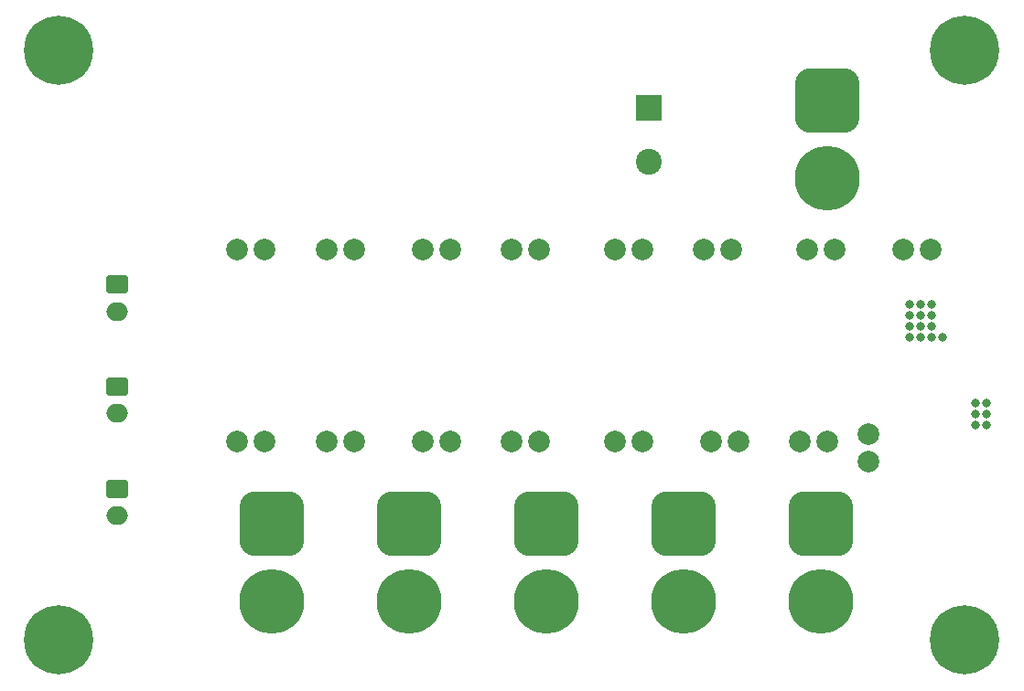
<source format=gbr>
%TF.GenerationSoftware,KiCad,Pcbnew,7.0.5*%
%TF.CreationDate,2023-08-26T19:15:35+09:00*%
%TF.ProjectId,18to12_DCDC,3138746f-3132-45f4-9443-44432e6b6963,rev?*%
%TF.SameCoordinates,Original*%
%TF.FileFunction,Soldermask,Bot*%
%TF.FilePolarity,Negative*%
%FSLAX46Y46*%
G04 Gerber Fmt 4.6, Leading zero omitted, Abs format (unit mm)*
G04 Created by KiCad (PCBNEW 7.0.5) date 2023-08-26 19:15:35*
%MOMM*%
%LPD*%
G01*
G04 APERTURE LIST*
G04 Aperture macros list*
%AMRoundRect*
0 Rectangle with rounded corners*
0 $1 Rounding radius*
0 $2 $3 $4 $5 $6 $7 $8 $9 X,Y pos of 4 corners*
0 Add a 4 corners polygon primitive as box body*
4,1,4,$2,$3,$4,$5,$6,$7,$8,$9,$2,$3,0*
0 Add four circle primitives for the rounded corners*
1,1,$1+$1,$2,$3*
1,1,$1+$1,$4,$5*
1,1,$1+$1,$6,$7*
1,1,$1+$1,$8,$9*
0 Add four rect primitives between the rounded corners*
20,1,$1+$1,$2,$3,$4,$5,0*
20,1,$1+$1,$4,$5,$6,$7,0*
20,1,$1+$1,$6,$7,$8,$9,0*
20,1,$1+$1,$8,$9,$2,$3,0*%
G04 Aperture macros list end*
%ADD10C,0.800000*%
%ADD11C,6.400000*%
%ADD12C,2.000000*%
%ADD13RoundRect,0.250000X-0.750000X0.600000X-0.750000X-0.600000X0.750000X-0.600000X0.750000X0.600000X0*%
%ADD14O,2.000000X1.700000*%
%ADD15C,6.000000*%
%ADD16RoundRect,1.500000X1.500000X-1.500000X1.500000X1.500000X-1.500000X1.500000X-1.500000X-1.500000X0*%
%ADD17R,2.400000X2.400000*%
%ADD18C,2.400000*%
G04 APERTURE END LIST*
D10*
%TO.C,H2*%
X81420000Y-131445000D03*
X82122944Y-129747944D03*
X82122944Y-133142056D03*
X83820000Y-129045000D03*
D11*
X83820000Y-131445000D03*
D10*
X83820000Y-133845000D03*
X85517056Y-129747944D03*
X85517056Y-133142056D03*
X86220000Y-131445000D03*
%TD*%
D12*
%TO.C,C6*%
X128270000Y-113030000D03*
X125730000Y-113030000D03*
%TD*%
%TO.C,C14*%
X135255000Y-95250000D03*
X137795000Y-95250000D03*
%TD*%
%TO.C,C17*%
X161925000Y-95250000D03*
X164465000Y-95250000D03*
%TD*%
D10*
%TO.C,H4*%
X165240000Y-76835000D03*
X165942944Y-75137944D03*
X165942944Y-78532056D03*
X167640000Y-74435000D03*
D11*
X167640000Y-76835000D03*
D10*
X167640000Y-79235000D03*
X169337056Y-75137944D03*
X169337056Y-78532056D03*
X170040000Y-76835000D03*
%TD*%
D13*
%TO.C,J7*%
X89175000Y-98520000D03*
D14*
X89175000Y-101020000D03*
%TD*%
D12*
%TO.C,C13*%
X143510000Y-95250000D03*
X146050000Y-95250000D03*
%TD*%
D15*
%TO.C,J6*%
X154305000Y-127850000D03*
D16*
X154305000Y-120650000D03*
%TD*%
D15*
%TO.C,J4*%
X128905000Y-127850000D03*
D16*
X128905000Y-120650000D03*
%TD*%
D12*
%TO.C,C3*%
X158750000Y-114935000D03*
X158750000Y-112395000D03*
%TD*%
D13*
%TO.C,J8*%
X89175000Y-107970000D03*
D14*
X89175000Y-110470000D03*
%TD*%
D13*
%TO.C,J9*%
X89175000Y-117420000D03*
D14*
X89175000Y-119920000D03*
%TD*%
D10*
%TO.C,H3*%
X165240000Y-131445000D03*
X165942944Y-129747944D03*
X165942944Y-133142056D03*
X167640000Y-129045000D03*
D11*
X167640000Y-131445000D03*
D10*
X167640000Y-133845000D03*
X169337056Y-129747944D03*
X169337056Y-133142056D03*
X170040000Y-131445000D03*
%TD*%
D17*
%TO.C,C1*%
X138430000Y-82139785D03*
D18*
X138430000Y-87139785D03*
%TD*%
D12*
%TO.C,C9*%
X102870000Y-113030000D03*
X100330000Y-113030000D03*
%TD*%
%TO.C,C5*%
X137795000Y-113030000D03*
X135255000Y-113030000D03*
%TD*%
%TO.C,C18*%
X153035000Y-95250000D03*
X155575000Y-95250000D03*
%TD*%
%TO.C,C15*%
X125730000Y-95250000D03*
X128270000Y-95250000D03*
%TD*%
D15*
%TO.C,J5*%
X141605000Y-127850000D03*
D16*
X141605000Y-120650000D03*
%TD*%
D10*
%TO.C,H1*%
X81420000Y-76835000D03*
X82122944Y-75137944D03*
X82122944Y-78532056D03*
X83820000Y-74435000D03*
D11*
X83820000Y-76835000D03*
D10*
X83820000Y-79235000D03*
X85517056Y-75137944D03*
X85517056Y-78532056D03*
X86220000Y-76835000D03*
%TD*%
D15*
%TO.C,J3*%
X116205000Y-127850000D03*
D16*
X116205000Y-120650000D03*
%TD*%
D12*
%TO.C,C2*%
X154940000Y-113030000D03*
X152400000Y-113030000D03*
%TD*%
%TO.C,C8*%
X111125000Y-113030000D03*
X108585000Y-113030000D03*
%TD*%
%TO.C,C12*%
X117475000Y-95250000D03*
X120015000Y-95250000D03*
%TD*%
%TO.C,C11*%
X108585000Y-95250000D03*
X111125000Y-95250000D03*
%TD*%
D15*
%TO.C,J1*%
X154940000Y-88690000D03*
D16*
X154940000Y-81490000D03*
%TD*%
D15*
%TO.C,J2*%
X103505000Y-127850000D03*
D16*
X103505000Y-120650000D03*
%TD*%
D12*
%TO.C,C4*%
X146685000Y-113030000D03*
X144145000Y-113030000D03*
%TD*%
%TO.C,C7*%
X120015000Y-113030000D03*
X117475000Y-113030000D03*
%TD*%
%TO.C,C10*%
X100330000Y-95250000D03*
X102870000Y-95250000D03*
%TD*%
D10*
X168656000Y-109474000D03*
X163576000Y-102362000D03*
X162560000Y-102362000D03*
X164592000Y-101346000D03*
X169672000Y-109474000D03*
X169672000Y-111506000D03*
X168656000Y-111506000D03*
X165608000Y-103378000D03*
X162560000Y-101346000D03*
X164592000Y-102362000D03*
X164592000Y-103378000D03*
X163576000Y-100330000D03*
X163576000Y-101346000D03*
X164592000Y-100330000D03*
X162560000Y-103378000D03*
X169672000Y-110490000D03*
X168656000Y-110490000D03*
X163576000Y-103378000D03*
X162560000Y-100330000D03*
M02*

</source>
